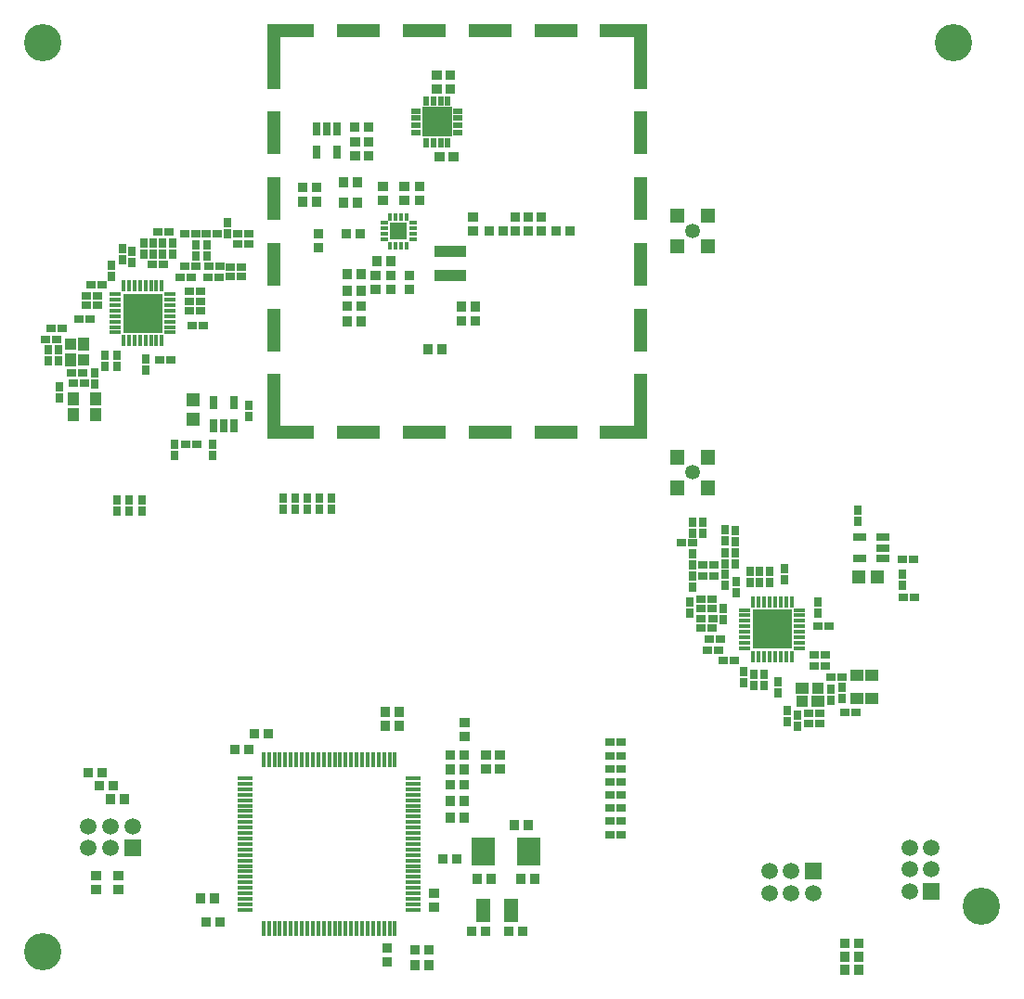
<source format=gbr>
G04 #@! TF.FileFunction,Soldermask,Top*
%FSLAX46Y46*%
G04 Gerber Fmt 4.6, Leading zero omitted, Abs format (unit mm)*
G04 Created by KiCad (PCBNEW 4.0.2-1.fc23-product) date Fri 22 Apr 2016 01:08:18 PM EEST*
%MOMM*%
G01*
G04 APERTURE LIST*
%ADD10C,0.100000*%
%ADD11C,3.400000*%
%ADD12R,1.500000X1.500000*%
%ADD13C,1.500000*%
%ADD14R,1.300000X1.300000*%
%ADD15R,0.500000X0.920000*%
%ADD16R,0.920000X0.500000*%
%ADD17R,2.700000X2.700000*%
%ADD18R,1.400480X0.399720*%
%ADD19R,0.399720X1.400480*%
%ADD20R,1.200000X5.920000*%
%ADD21R,1.200000X4.000000*%
%ADD22R,4.000000X1.200000*%
%ADD23R,4.340000X1.200000*%
%ADD24C,1.350000*%
%ADD25R,1.087120X0.985520*%
%ADD26R,1.149960X1.048360*%
%ADD27R,0.985520X1.087120*%
%ADD28R,1.048360X1.149960*%
%ADD29R,0.420000X0.990000*%
%ADD30R,0.990000X0.420000*%
%ADD31C,0.740000*%
%ADD32R,3.650000X3.650000*%
%ADD33R,0.740000X0.380000*%
%ADD34O,0.740000X0.380000*%
%ADD35O,0.380000X0.740000*%
%ADD36R,0.380000X0.740000*%
%ADD37R,1.600000X1.600000*%
%ADD38R,0.790000X0.810000*%
%ADD39R,0.810000X0.790000*%
%ADD40R,1.000000X1.200000*%
%ADD41R,1.200000X1.000000*%
%ADD42R,1.200760X0.799440*%
%ADD43R,0.799440X1.200760*%
%ADD44R,2.900000X1.000000*%
G04 APERTURE END LIST*
D10*
D11*
X190250000Y-59350000D03*
X192800000Y-138180000D03*
X107250000Y-142350000D03*
D12*
X177500000Y-135000000D03*
D13*
X177500000Y-137000000D03*
X175500000Y-135000000D03*
X175500000Y-137000000D03*
X173500000Y-135000000D03*
X173500000Y-137000000D03*
D14*
X120972380Y-92015664D03*
X120972380Y-93745664D03*
D12*
X115400000Y-132900000D03*
D13*
X115400000Y-130900000D03*
X113400000Y-132900000D03*
X113400000Y-130900000D03*
X111400000Y-132900000D03*
X111400000Y-130900000D03*
D12*
X188277620Y-136834336D03*
D13*
X186277620Y-136834336D03*
X188277620Y-134834336D03*
X186277620Y-134834336D03*
X188277620Y-132834336D03*
X186277620Y-132834336D03*
D15*
X144150000Y-64700000D03*
X143500000Y-64700000D03*
X142850000Y-64700000D03*
X142200000Y-64700000D03*
D16*
X141275000Y-65625000D03*
X141275000Y-66275000D03*
X141275000Y-66925000D03*
X141275000Y-67575000D03*
D15*
X142200000Y-68500000D03*
X142850000Y-68500000D03*
X143500000Y-68500000D03*
X144150000Y-68500000D03*
D16*
X145075000Y-67575000D03*
X145075000Y-66925000D03*
X145075000Y-66275000D03*
X145075000Y-65625000D03*
D17*
X143175000Y-66600000D03*
D18*
X141026760Y-137026760D03*
X141026760Y-136526380D03*
X141026760Y-136026000D03*
X141026760Y-135525620D03*
X141026760Y-135025240D03*
X141026760Y-138525360D03*
X141026760Y-138024980D03*
X141026760Y-137527140D03*
X141026760Y-130526900D03*
X141026760Y-130026520D03*
X141026760Y-129526140D03*
X141026760Y-129025760D03*
X141026760Y-128525380D03*
X141026760Y-128025000D03*
X141026760Y-127524620D03*
X141026760Y-127026780D03*
D19*
X135850240Y-124850000D03*
X135349860Y-124850000D03*
X134852020Y-124850000D03*
X134351640Y-124850000D03*
X133851260Y-124850000D03*
X133350880Y-124850000D03*
X132850500Y-124850000D03*
X132350120Y-124850000D03*
X127851780Y-124850000D03*
X127351400Y-124850000D03*
D18*
X125675000Y-126526400D03*
X125675000Y-127026780D03*
X125675000Y-127524620D03*
X125675000Y-128025000D03*
X125675000Y-128525380D03*
X125675000Y-129025760D03*
X141026760Y-134524860D03*
X141026760Y-134027020D03*
X141026760Y-133526640D03*
X141026760Y-126526400D03*
D19*
X139350360Y-124850000D03*
X138849980Y-124850000D03*
X131849740Y-124850000D03*
X131351900Y-124850000D03*
X130851520Y-124850000D03*
D18*
X125675000Y-129526140D03*
X125675000Y-130026520D03*
X125675000Y-130526900D03*
X141026760Y-133026260D03*
X141026760Y-132525880D03*
X141026760Y-132025500D03*
X141026760Y-131525120D03*
X141026760Y-131024740D03*
D19*
X138352140Y-124850000D03*
X137851760Y-124850000D03*
X137351380Y-124850000D03*
X136851000Y-124850000D03*
X136350620Y-124850000D03*
X130351140Y-124850000D03*
X129850760Y-124850000D03*
X129350380Y-124850000D03*
X128850000Y-124850000D03*
X128349620Y-124850000D03*
D18*
X125675000Y-131024740D03*
X125675000Y-131525120D03*
X125675000Y-132025500D03*
X125675000Y-132525880D03*
X125675000Y-133026260D03*
X125675000Y-133526640D03*
X125675000Y-134027020D03*
X125675000Y-134524860D03*
X125675000Y-135025240D03*
X125675000Y-135525620D03*
X125675000Y-136026000D03*
X125675000Y-136526380D03*
X125675000Y-137026760D03*
X125675000Y-137527140D03*
X125675000Y-138024980D03*
X125675000Y-138525360D03*
D19*
X127351400Y-140201760D03*
X127851780Y-140201760D03*
X128349620Y-140201760D03*
X128850000Y-140201760D03*
X129350380Y-140201760D03*
X129850760Y-140201760D03*
X130351140Y-140201760D03*
X130851520Y-140201760D03*
X131351900Y-140201760D03*
X131849740Y-140201760D03*
X132350120Y-140201760D03*
X132850500Y-140201760D03*
X133350880Y-140201760D03*
X133851260Y-140201760D03*
X134351640Y-140201760D03*
X134852020Y-140201760D03*
X135349860Y-140201760D03*
X135850240Y-140201760D03*
X136350620Y-140201760D03*
X136851000Y-140201760D03*
X137351380Y-140201760D03*
X137851760Y-140201760D03*
X138352140Y-140201760D03*
X138849980Y-140201760D03*
X139350360Y-140201760D03*
D11*
X107250000Y-59350000D03*
D20*
X128260000Y-92540000D03*
D21*
X128260000Y-85590000D03*
X128260000Y-79580000D03*
X128260000Y-73590000D03*
X128260000Y-67590000D03*
X161740000Y-85590000D03*
X161740000Y-79580000D03*
X161740000Y-73590000D03*
X161740000Y-67590000D03*
D20*
X161740000Y-92540000D03*
X161740000Y-60625000D03*
X128260000Y-60625000D03*
D22*
X136000000Y-94900000D03*
X142000000Y-94900000D03*
X148000000Y-94900000D03*
X154000000Y-94900000D03*
X136000000Y-58270000D03*
X142000000Y-58270000D03*
X148000000Y-58270000D03*
X154000000Y-58270000D03*
D23*
X129830000Y-58265000D03*
X160170000Y-58265000D03*
X129830000Y-94900000D03*
X160170000Y-94900000D03*
D24*
X166494769Y-98620741D03*
D10*
G36*
X167244769Y-100670741D02*
X167244769Y-99370741D01*
X168544769Y-99370741D01*
X168544769Y-100670741D01*
X167244769Y-100670741D01*
X167244769Y-100670741D01*
G37*
G36*
X164444769Y-100670741D02*
X164444769Y-99370741D01*
X165744769Y-99370741D01*
X165744769Y-100670741D01*
X164444769Y-100670741D01*
X164444769Y-100670741D01*
G37*
G36*
X164444769Y-97870741D02*
X164444769Y-96570741D01*
X165744769Y-96570741D01*
X165744769Y-97870741D01*
X164444769Y-97870741D01*
X164444769Y-97870741D01*
G37*
G36*
X167244769Y-97870741D02*
X167244769Y-96570741D01*
X168544769Y-96570741D01*
X168544769Y-97870741D01*
X167244769Y-97870741D01*
X167244769Y-97870741D01*
G37*
D24*
X166500000Y-76580000D03*
D10*
G36*
X167250000Y-78630000D02*
X167250000Y-77330000D01*
X168550000Y-77330000D01*
X168550000Y-78630000D01*
X167250000Y-78630000D01*
X167250000Y-78630000D01*
G37*
G36*
X164450000Y-78630000D02*
X164450000Y-77330000D01*
X165750000Y-77330000D01*
X165750000Y-78630000D01*
X164450000Y-78630000D01*
X164450000Y-78630000D01*
G37*
G36*
X164450000Y-75830000D02*
X164450000Y-74530000D01*
X165750000Y-74530000D01*
X165750000Y-75830000D01*
X164450000Y-75830000D01*
X164450000Y-75830000D01*
G37*
G36*
X167250000Y-75830000D02*
X167250000Y-74530000D01*
X168550000Y-74530000D01*
X168550000Y-75830000D01*
X167250000Y-75830000D01*
X167250000Y-75830000D01*
G37*
D25*
X177943592Y-118334488D03*
X176495792Y-119477488D03*
D26*
X176495792Y-118334488D03*
X177943592Y-119477488D03*
D27*
X110915380Y-88315664D03*
X109772380Y-86867864D03*
D28*
X110915380Y-86867864D03*
X109772380Y-88315664D03*
D29*
X114584760Y-86581328D03*
X115084760Y-86581328D03*
X115584760Y-86581328D03*
X116084760Y-86581328D03*
X116584760Y-86581328D03*
X117084760Y-86581328D03*
X117584760Y-86581328D03*
X118084760Y-86581328D03*
D30*
X118834760Y-85831328D03*
X118834760Y-85331328D03*
X118834760Y-84831328D03*
X118834760Y-84331328D03*
X118834760Y-83831328D03*
X118834760Y-83331328D03*
X118834760Y-82831328D03*
X118834760Y-82331328D03*
D29*
X118084760Y-81581328D03*
X117584760Y-81581328D03*
X117084760Y-81581328D03*
X116584760Y-81581328D03*
X116084760Y-81581328D03*
X115584760Y-81581328D03*
X115084760Y-81581328D03*
X114584760Y-81581328D03*
D30*
X113834760Y-82331328D03*
X113834760Y-82831328D03*
X113834760Y-83331328D03*
X113834760Y-83831328D03*
X113834760Y-84331328D03*
X113834760Y-84831328D03*
X113834760Y-85331328D03*
X113834760Y-85831328D03*
D31*
X115234760Y-85181328D03*
X116334760Y-85181328D03*
X117434760Y-85181328D03*
X115234760Y-84081328D03*
X116334760Y-84081328D03*
X117434760Y-84081328D03*
X115234760Y-82981328D03*
X116334760Y-82981328D03*
X117434760Y-82981328D03*
D32*
X116334760Y-84081328D03*
D30*
X176259692Y-114655988D03*
X176259692Y-114155988D03*
X176259692Y-113655988D03*
X176259692Y-113155988D03*
X176259692Y-112655988D03*
X176259692Y-112155988D03*
X176259692Y-111655988D03*
X176259692Y-111155988D03*
D29*
X175509692Y-110405988D03*
X175009692Y-110405988D03*
X174509692Y-110405988D03*
X174009692Y-110405988D03*
X173509692Y-110405988D03*
X173009692Y-110405988D03*
X172509692Y-110405988D03*
X172009692Y-110405988D03*
D30*
X171259692Y-111155988D03*
X171259692Y-111655988D03*
X171259692Y-112155988D03*
X171259692Y-112655988D03*
X171259692Y-113155988D03*
X171259692Y-113655988D03*
X171259692Y-114155988D03*
X171259692Y-114655988D03*
D29*
X172009692Y-115405988D03*
X172509692Y-115405988D03*
X173009692Y-115405988D03*
X173509692Y-115405988D03*
X174009692Y-115405988D03*
X174509692Y-115405988D03*
X175009692Y-115405988D03*
X175509692Y-115405988D03*
D31*
X174859692Y-114005988D03*
X174859692Y-112905988D03*
X174859692Y-111805988D03*
X173759692Y-114005988D03*
X173759692Y-112905988D03*
X173759692Y-111805988D03*
X172659692Y-114005988D03*
X172659692Y-112905988D03*
X172659692Y-111805988D03*
D32*
X173759692Y-112905988D03*
D33*
X138372380Y-76331328D03*
D34*
X138372380Y-75831328D03*
D33*
X138372380Y-76831328D03*
D34*
X138372380Y-77331328D03*
D35*
X138922380Y-77881328D03*
D36*
X139422380Y-77881328D03*
X139922380Y-77881328D03*
D35*
X140422380Y-77881328D03*
D34*
X140972380Y-77331328D03*
D33*
X140972380Y-76831328D03*
X140972380Y-76331328D03*
D34*
X140972380Y-75831328D03*
D35*
X140422380Y-75281328D03*
D36*
X139922380Y-75281328D03*
X139422380Y-75281328D03*
D35*
X138922380Y-75281328D03*
D37*
X139672380Y-76581328D03*
D38*
X180134690Y-119260340D03*
X180134690Y-118240340D03*
D39*
X185639692Y-106505988D03*
X186659692Y-106505988D03*
X177559692Y-115255988D03*
X178579692Y-115255988D03*
X177874769Y-112610741D03*
X178894769Y-112610741D03*
D38*
X177909692Y-111425988D03*
X177909692Y-110405988D03*
X181534690Y-103060340D03*
X181534690Y-102040340D03*
D39*
X179114690Y-117280988D03*
X180134690Y-117280988D03*
D38*
X179109692Y-119375988D03*
X179109692Y-118355988D03*
D39*
X178049692Y-120575988D03*
X177029692Y-120575988D03*
D38*
X175109692Y-121335988D03*
X175109692Y-120315988D03*
D39*
X185684692Y-110005988D03*
X186704692Y-110005988D03*
X178049692Y-121485988D03*
X177029692Y-121485988D03*
D38*
X174859692Y-108425988D03*
X174859692Y-107405988D03*
X174259692Y-118705988D03*
X174259692Y-117685988D03*
X173484692Y-108680988D03*
X173484692Y-107660988D03*
X172999692Y-118075988D03*
X172999692Y-117055988D03*
D39*
X169309692Y-115755988D03*
X170329692Y-115755988D03*
D38*
X172089692Y-118075988D03*
X172089692Y-117055988D03*
X171709692Y-108680988D03*
X171709692Y-107660988D03*
X171184692Y-117775988D03*
X171184692Y-116755988D03*
D39*
X167819692Y-114795988D03*
X168839692Y-114795988D03*
X168039692Y-113855988D03*
X169059692Y-113855988D03*
D38*
X169459692Y-104875988D03*
X169459692Y-103855988D03*
X169434690Y-107920340D03*
X169434690Y-108940340D03*
X169459692Y-106930988D03*
X169459692Y-105910988D03*
X170384692Y-104905988D03*
X170384692Y-103885988D03*
D39*
X167414690Y-107040340D03*
X168434690Y-107040340D03*
X167284692Y-112805988D03*
X168304692Y-112805988D03*
X167284692Y-111055988D03*
X168304692Y-111055988D03*
D38*
X166459692Y-109055988D03*
X166459692Y-108035988D03*
D39*
X166484692Y-105055988D03*
X165464692Y-105055988D03*
D38*
X167459692Y-103180988D03*
X167459692Y-104200988D03*
D39*
X109972380Y-90481328D03*
X110992380Y-90481328D03*
D38*
X122747380Y-96045664D03*
X122747380Y-97065664D03*
X114022380Y-87915664D03*
X114022380Y-88935664D03*
X116584760Y-88281328D03*
X116584760Y-89301328D03*
D39*
X117852380Y-88315664D03*
X118872380Y-88315664D03*
D38*
X126000000Y-92480000D03*
X126000000Y-93500000D03*
X111972380Y-89515664D03*
X111972380Y-90535664D03*
D39*
X109872380Y-89515664D03*
X110892380Y-89515664D03*
D38*
X108672380Y-88435664D03*
X108672380Y-87415664D03*
D39*
X107984760Y-85481328D03*
X109004760Y-85481328D03*
D38*
X119247380Y-96040664D03*
X119247380Y-97060664D03*
X107722380Y-88435664D03*
X107722380Y-87415664D03*
D39*
X120872380Y-85215664D03*
X121892380Y-85215664D03*
X110552380Y-84615664D03*
X111572380Y-84615664D03*
X120584760Y-83881328D03*
X121604760Y-83881328D03*
X111172380Y-83365664D03*
X112192380Y-83365664D03*
D38*
X113472380Y-79681328D03*
X113472380Y-80701328D03*
D39*
X111202380Y-82465664D03*
X112222380Y-82465664D03*
X120572380Y-82065664D03*
X121592380Y-82065664D03*
X111584760Y-81481328D03*
X112604760Y-81481328D03*
D38*
X114472380Y-78195664D03*
X114472380Y-79215664D03*
X115372380Y-78415664D03*
X115372380Y-79435664D03*
D39*
X124342380Y-79855664D03*
X125362380Y-79855664D03*
X121212380Y-79815664D03*
X120192380Y-79815664D03*
X122342380Y-79815664D03*
X123362380Y-79815664D03*
X124342380Y-80745664D03*
X125362380Y-80745664D03*
D38*
X122232380Y-77855664D03*
X122232380Y-78875664D03*
X116452380Y-77635664D03*
X116452380Y-78655664D03*
X118172380Y-77635664D03*
X118172380Y-78655664D03*
D39*
X120142380Y-76835664D03*
X121162380Y-76835664D03*
D38*
X124062380Y-76825664D03*
X124062380Y-75805664D03*
D39*
X126012380Y-77765664D03*
X124992380Y-77765664D03*
D38*
X185634692Y-108905988D03*
X185634692Y-107885988D03*
X170434690Y-109560340D03*
X170434690Y-108540340D03*
X169279692Y-112065988D03*
X169279692Y-111045988D03*
D39*
X167414690Y-108040340D03*
X168434690Y-108040340D03*
X167289692Y-111955988D03*
X168309692Y-111955988D03*
X167284692Y-110155988D03*
X168304692Y-110155988D03*
D38*
X166484692Y-106055988D03*
X166484692Y-107075988D03*
X166234690Y-111460340D03*
X166234690Y-110440340D03*
X166484692Y-103180988D03*
X166484692Y-104200988D03*
D39*
X120222380Y-96015664D03*
X121242380Y-96015664D03*
X119782380Y-80825664D03*
X120802380Y-80825664D03*
X117172380Y-79655664D03*
X118192380Y-79655664D03*
D38*
X121184760Y-77861328D03*
X121184760Y-78881328D03*
X117302380Y-77635664D03*
X117302380Y-78655664D03*
X119032380Y-77645664D03*
X119032380Y-78665664D03*
D39*
X123142380Y-76835664D03*
X122122380Y-76835664D03*
X117752380Y-76635664D03*
X118772380Y-76635664D03*
X125992380Y-76815664D03*
X124972380Y-76815664D03*
X180389692Y-120505988D03*
X181409692Y-120505988D03*
D38*
X176089692Y-121815988D03*
X176089692Y-120795988D03*
D39*
X178579692Y-116305988D03*
X177559692Y-116305988D03*
D38*
X172609692Y-108680988D03*
X172609692Y-107660988D03*
X170409692Y-106930988D03*
X170409692Y-105910988D03*
X108772380Y-90795664D03*
X108772380Y-91815664D03*
D39*
X107452380Y-86465664D03*
X108472380Y-86465664D03*
D38*
X112872380Y-88935664D03*
X112872380Y-87915664D03*
D39*
X120584760Y-82981328D03*
X121604760Y-82981328D03*
X122322380Y-80775664D03*
X123342380Y-80775664D03*
X158919259Y-124454769D03*
X159939259Y-124454769D03*
X158919259Y-125654769D03*
X159939259Y-125654769D03*
X158919259Y-126854769D03*
X159939259Y-126854769D03*
X158919259Y-128054769D03*
X159939259Y-128054769D03*
X158919259Y-129254769D03*
X159939259Y-129254769D03*
X158919259Y-130454769D03*
X159939259Y-130454769D03*
X158919259Y-131654769D03*
X159939259Y-131654769D03*
D38*
X113972380Y-102125664D03*
X113972380Y-101105664D03*
X115117380Y-102125664D03*
X115117380Y-101105664D03*
X116262380Y-102125664D03*
X116262380Y-101105664D03*
X129162380Y-102000000D03*
X129162380Y-100980000D03*
X130252380Y-102000000D03*
X130252380Y-100980000D03*
X131342380Y-102000000D03*
X131342380Y-100980000D03*
X132432380Y-102000000D03*
X132432380Y-100980000D03*
X133522380Y-102000000D03*
X133522380Y-100980000D03*
D39*
X158919259Y-123254769D03*
X159939259Y-123254769D03*
D10*
G36*
X135257380Y-67545664D02*
X135257380Y-66645664D01*
X136107380Y-66645664D01*
X136107380Y-67545664D01*
X135257380Y-67545664D01*
X135257380Y-67545664D01*
G37*
G36*
X136527380Y-67545664D02*
X136527380Y-66645664D01*
X137377380Y-66645664D01*
X137377380Y-67545664D01*
X136527380Y-67545664D01*
X136527380Y-67545664D01*
G37*
G36*
X134259760Y-74431328D02*
X134259760Y-73531328D01*
X135109760Y-73531328D01*
X135109760Y-74431328D01*
X134259760Y-74431328D01*
X134259760Y-74431328D01*
G37*
G36*
X135529760Y-74431328D02*
X135529760Y-73531328D01*
X136379760Y-73531328D01*
X136379760Y-74431328D01*
X135529760Y-74431328D01*
X135529760Y-74431328D01*
G37*
G36*
X131902380Y-76400664D02*
X132802380Y-76400664D01*
X132802380Y-77250664D01*
X131902380Y-77250664D01*
X131902380Y-76400664D01*
X131902380Y-76400664D01*
G37*
G36*
X131902380Y-77670664D02*
X132802380Y-77670664D01*
X132802380Y-78520664D01*
X131902380Y-78520664D01*
X131902380Y-77670664D01*
X131902380Y-77670664D01*
G37*
G36*
X134577380Y-80965664D02*
X134577380Y-80065664D01*
X135427380Y-80065664D01*
X135427380Y-80965664D01*
X134577380Y-80965664D01*
X134577380Y-80965664D01*
G37*
G36*
X135847380Y-80965664D02*
X135847380Y-80065664D01*
X136697380Y-80065664D01*
X136697380Y-80965664D01*
X135847380Y-80965664D01*
X135847380Y-80965664D01*
G37*
G36*
X143934760Y-61956328D02*
X144834760Y-61956328D01*
X144834760Y-62806328D01*
X143934760Y-62806328D01*
X143934760Y-61956328D01*
X143934760Y-61956328D01*
G37*
G36*
X143934760Y-63226328D02*
X144834760Y-63226328D01*
X144834760Y-64076328D01*
X143934760Y-64076328D01*
X143934760Y-63226328D01*
X143934760Y-63226328D01*
G37*
G36*
X142734760Y-61956328D02*
X143634760Y-61956328D01*
X143634760Y-62806328D01*
X142734760Y-62806328D01*
X142734760Y-61956328D01*
X142734760Y-61956328D01*
G37*
G36*
X142734760Y-63226328D02*
X143634760Y-63226328D01*
X143634760Y-64076328D01*
X142734760Y-64076328D01*
X142734760Y-63226328D01*
X142734760Y-63226328D01*
G37*
G36*
X179975000Y-143250000D02*
X179975000Y-142350000D01*
X180825000Y-142350000D01*
X180825000Y-143250000D01*
X179975000Y-143250000D01*
X179975000Y-143250000D01*
G37*
G36*
X181245000Y-143250000D02*
X181245000Y-142350000D01*
X182095000Y-142350000D01*
X182095000Y-143250000D01*
X181245000Y-143250000D01*
X181245000Y-143250000D01*
G37*
G36*
X182095000Y-141150000D02*
X182095000Y-142050000D01*
X181245000Y-142050000D01*
X181245000Y-141150000D01*
X182095000Y-141150000D01*
X182095000Y-141150000D01*
G37*
G36*
X180825000Y-141150000D02*
X180825000Y-142050000D01*
X179975000Y-142050000D01*
X179975000Y-141150000D01*
X180825000Y-141150000D01*
X180825000Y-141150000D01*
G37*
G36*
X182095000Y-143550000D02*
X182095000Y-144450000D01*
X181245000Y-144450000D01*
X181245000Y-143550000D01*
X182095000Y-143550000D01*
X182095000Y-143550000D01*
G37*
G36*
X180825000Y-143550000D02*
X180825000Y-144450000D01*
X179975000Y-144450000D01*
X179975000Y-143550000D01*
X180825000Y-143550000D01*
X180825000Y-143550000D01*
G37*
G36*
X113095000Y-125550000D02*
X113095000Y-126450000D01*
X112245000Y-126450000D01*
X112245000Y-125550000D01*
X113095000Y-125550000D01*
X113095000Y-125550000D01*
G37*
G36*
X111825000Y-125550000D02*
X111825000Y-126450000D01*
X110975000Y-126450000D01*
X110975000Y-125550000D01*
X111825000Y-125550000D01*
X111825000Y-125550000D01*
G37*
G36*
X115095000Y-127950000D02*
X115095000Y-128850000D01*
X114245000Y-128850000D01*
X114245000Y-127950000D01*
X115095000Y-127950000D01*
X115095000Y-127950000D01*
G37*
G36*
X113825000Y-127950000D02*
X113825000Y-128850000D01*
X112975000Y-128850000D01*
X112975000Y-127950000D01*
X113825000Y-127950000D01*
X113825000Y-127950000D01*
G37*
G36*
X114550000Y-137095000D02*
X113650000Y-137095000D01*
X113650000Y-136245000D01*
X114550000Y-136245000D01*
X114550000Y-137095000D01*
X114550000Y-137095000D01*
G37*
G36*
X114550000Y-135825000D02*
X113650000Y-135825000D01*
X113650000Y-134975000D01*
X114550000Y-134975000D01*
X114550000Y-135825000D01*
X114550000Y-135825000D01*
G37*
G36*
X111975000Y-127650000D02*
X111975000Y-126750000D01*
X112825000Y-126750000D01*
X112825000Y-127650000D01*
X111975000Y-127650000D01*
X111975000Y-127650000D01*
G37*
G36*
X113245000Y-127650000D02*
X113245000Y-126750000D01*
X114095000Y-126750000D01*
X114095000Y-127650000D01*
X113245000Y-127650000D01*
X113245000Y-127650000D01*
G37*
G36*
X111650000Y-134975000D02*
X112550000Y-134975000D01*
X112550000Y-135825000D01*
X111650000Y-135825000D01*
X111650000Y-134975000D01*
X111650000Y-134975000D01*
G37*
G36*
X111650000Y-136245000D02*
X112550000Y-136245000D01*
X112550000Y-137095000D01*
X111650000Y-137095000D01*
X111650000Y-136245000D01*
X111650000Y-136245000D01*
G37*
G36*
X138170000Y-141585000D02*
X139070000Y-141585000D01*
X139070000Y-142435000D01*
X138170000Y-142435000D01*
X138170000Y-141585000D01*
X138170000Y-141585000D01*
G37*
G36*
X138170000Y-142855000D02*
X139070000Y-142855000D01*
X139070000Y-143705000D01*
X138170000Y-143705000D01*
X138170000Y-142855000D01*
X138170000Y-142855000D01*
G37*
G36*
X143975000Y-124850000D02*
X143975000Y-123950000D01*
X144825000Y-123950000D01*
X144825000Y-124850000D01*
X143975000Y-124850000D01*
X143975000Y-124850000D01*
G37*
G36*
X145245000Y-124850000D02*
X145245000Y-123950000D01*
X146095000Y-123950000D01*
X146095000Y-124850000D01*
X145245000Y-124850000D01*
X145245000Y-124850000D01*
G37*
G36*
X149805000Y-131253015D02*
X149805000Y-130353015D01*
X150655000Y-130353015D01*
X150655000Y-131253015D01*
X149805000Y-131253015D01*
X149805000Y-131253015D01*
G37*
G36*
X151075000Y-131253015D02*
X151075000Y-130353015D01*
X151925000Y-130353015D01*
X151925000Y-131253015D01*
X151075000Y-131253015D01*
X151075000Y-131253015D01*
G37*
G36*
X143975000Y-130550000D02*
X143975000Y-129650000D01*
X144825000Y-129650000D01*
X144825000Y-130550000D01*
X143975000Y-130550000D01*
X143975000Y-130550000D01*
G37*
G36*
X145245000Y-130550000D02*
X145245000Y-129650000D01*
X146095000Y-129650000D01*
X146095000Y-130550000D01*
X145245000Y-130550000D01*
X145245000Y-130550000D01*
G37*
G36*
X149609760Y-76131328D02*
X149609760Y-77031328D01*
X148759760Y-77031328D01*
X148759760Y-76131328D01*
X149609760Y-76131328D01*
X149609760Y-76131328D01*
G37*
G36*
X148339760Y-76131328D02*
X148339760Y-77031328D01*
X147489760Y-77031328D01*
X147489760Y-76131328D01*
X148339760Y-76131328D01*
X148339760Y-76131328D01*
G37*
G36*
X139377380Y-78855664D02*
X139377380Y-79755664D01*
X138527380Y-79755664D01*
X138527380Y-78855664D01*
X139377380Y-78855664D01*
X139377380Y-78855664D01*
G37*
G36*
X138107380Y-78855664D02*
X138107380Y-79755664D01*
X137257380Y-79755664D01*
X137257380Y-78855664D01*
X138107380Y-78855664D01*
X138107380Y-78855664D01*
G37*
G36*
X146130000Y-123135000D02*
X145230000Y-123135000D01*
X145230000Y-122285000D01*
X146130000Y-122285000D01*
X146130000Y-123135000D01*
X146130000Y-123135000D01*
G37*
G36*
X146130000Y-121865000D02*
X145230000Y-121865000D01*
X145230000Y-121015000D01*
X146130000Y-121015000D01*
X146130000Y-121865000D01*
X146130000Y-121865000D01*
G37*
G36*
X155705000Y-76131328D02*
X155705000Y-77031328D01*
X154855000Y-77031328D01*
X154855000Y-76131328D01*
X155705000Y-76131328D01*
X155705000Y-76131328D01*
G37*
G36*
X154435000Y-76131328D02*
X154435000Y-77031328D01*
X153585000Y-77031328D01*
X153585000Y-76131328D01*
X154435000Y-76131328D01*
X154435000Y-76131328D01*
G37*
G36*
X153150000Y-77005000D02*
X152250000Y-77005000D01*
X152250000Y-76155000D01*
X153150000Y-76155000D01*
X153150000Y-77005000D01*
X153150000Y-77005000D01*
G37*
G36*
X153150000Y-75735000D02*
X152250000Y-75735000D01*
X152250000Y-74885000D01*
X153150000Y-74885000D01*
X153150000Y-75735000D01*
X153150000Y-75735000D01*
G37*
G36*
X150750000Y-77006328D02*
X149850000Y-77006328D01*
X149850000Y-76156328D01*
X150750000Y-76156328D01*
X150750000Y-77006328D01*
X150750000Y-77006328D01*
G37*
G36*
X150750000Y-75736328D02*
X149850000Y-75736328D01*
X149850000Y-74886328D01*
X150750000Y-74886328D01*
X150750000Y-75736328D01*
X150750000Y-75736328D01*
G37*
G36*
X151050000Y-74886328D02*
X151950000Y-74886328D01*
X151950000Y-75736328D01*
X151050000Y-75736328D01*
X151050000Y-74886328D01*
X151050000Y-74886328D01*
G37*
G36*
X151050000Y-76156328D02*
X151950000Y-76156328D01*
X151950000Y-77006328D01*
X151050000Y-77006328D01*
X151050000Y-76156328D01*
X151050000Y-76156328D01*
G37*
G36*
X146034760Y-74885000D02*
X146934760Y-74885000D01*
X146934760Y-75735000D01*
X146034760Y-75735000D01*
X146034760Y-74885000D01*
X146034760Y-74885000D01*
G37*
G36*
X146034760Y-76155000D02*
X146934760Y-76155000D01*
X146934760Y-77005000D01*
X146034760Y-77005000D01*
X146034760Y-76155000D01*
X146034760Y-76155000D01*
G37*
G36*
X141907380Y-87815664D02*
X141907380Y-86915664D01*
X142757380Y-86915664D01*
X142757380Y-87815664D01*
X141907380Y-87815664D01*
X141907380Y-87815664D01*
G37*
G36*
X143177380Y-87815664D02*
X143177380Y-86915664D01*
X144027380Y-86915664D01*
X144027380Y-87815664D01*
X143177380Y-87815664D01*
X143177380Y-87815664D01*
G37*
G36*
X144959760Y-85231328D02*
X144959760Y-84331328D01*
X145809760Y-84331328D01*
X145809760Y-85231328D01*
X144959760Y-85231328D01*
X144959760Y-85231328D01*
G37*
G36*
X146229760Y-85231328D02*
X146229760Y-84331328D01*
X147079760Y-84331328D01*
X147079760Y-85231328D01*
X146229760Y-85231328D01*
X146229760Y-85231328D01*
G37*
G36*
X144959760Y-83931328D02*
X144959760Y-83031328D01*
X145809760Y-83031328D01*
X145809760Y-83931328D01*
X144959760Y-83931328D01*
X144959760Y-83931328D01*
G37*
G36*
X146229760Y-83931328D02*
X146229760Y-83031328D01*
X147079760Y-83031328D01*
X147079760Y-83931328D01*
X146229760Y-83931328D01*
X146229760Y-83931328D01*
G37*
G36*
X142034760Y-74206328D02*
X141134760Y-74206328D01*
X141134760Y-73356328D01*
X142034760Y-73356328D01*
X142034760Y-74206328D01*
X142034760Y-74206328D01*
G37*
G36*
X142034760Y-72936328D02*
X141134760Y-72936328D01*
X141134760Y-72086328D01*
X142034760Y-72086328D01*
X142034760Y-72936328D01*
X142034760Y-72936328D01*
G37*
G36*
X140622380Y-74206328D02*
X139722380Y-74206328D01*
X139722380Y-73356328D01*
X140622380Y-73356328D01*
X140622380Y-74206328D01*
X140622380Y-74206328D01*
G37*
G36*
X140622380Y-72936328D02*
X139722380Y-72936328D01*
X139722380Y-72086328D01*
X140622380Y-72086328D01*
X140622380Y-72936328D01*
X140622380Y-72936328D01*
G37*
G36*
X140202380Y-80210664D02*
X141102380Y-80210664D01*
X141102380Y-81060664D01*
X140202380Y-81060664D01*
X140202380Y-80210664D01*
X140202380Y-80210664D01*
G37*
G36*
X140202380Y-81480664D02*
X141102380Y-81480664D01*
X141102380Y-82330664D01*
X140202380Y-82330664D01*
X140202380Y-81480664D01*
X140202380Y-81480664D01*
G37*
G36*
X136500000Y-68015000D02*
X137400000Y-68015000D01*
X137400000Y-68865000D01*
X136500000Y-68865000D01*
X136500000Y-68015000D01*
X136500000Y-68015000D01*
G37*
G36*
X136500000Y-69285000D02*
X137400000Y-69285000D01*
X137400000Y-70135000D01*
X136500000Y-70135000D01*
X136500000Y-69285000D01*
X136500000Y-69285000D01*
G37*
G36*
X138722380Y-74206328D02*
X137822380Y-74206328D01*
X137822380Y-73356328D01*
X138722380Y-73356328D01*
X138722380Y-74206328D01*
X138722380Y-74206328D01*
G37*
G36*
X138722380Y-72936328D02*
X137822380Y-72936328D01*
X137822380Y-72086328D01*
X138722380Y-72086328D01*
X138722380Y-72936328D01*
X138722380Y-72936328D01*
G37*
G36*
X138522380Y-80190664D02*
X139422380Y-80190664D01*
X139422380Y-81040664D01*
X138522380Y-81040664D01*
X138522380Y-80190664D01*
X138522380Y-80190664D01*
G37*
G36*
X138522380Y-81460664D02*
X139422380Y-81460664D01*
X139422380Y-82310664D01*
X138522380Y-82310664D01*
X138522380Y-81460664D01*
X138522380Y-81460664D01*
G37*
G36*
X136134760Y-70140664D02*
X135234760Y-70140664D01*
X135234760Y-69290664D01*
X136134760Y-69290664D01*
X136134760Y-70140664D01*
X136134760Y-70140664D01*
G37*
G36*
X136134760Y-68870664D02*
X135234760Y-68870664D01*
X135234760Y-68020664D01*
X136134760Y-68020664D01*
X136134760Y-68870664D01*
X136134760Y-68870664D01*
G37*
G36*
X136597380Y-76375664D02*
X136597380Y-77275664D01*
X135747380Y-77275664D01*
X135747380Y-76375664D01*
X136597380Y-76375664D01*
X136597380Y-76375664D01*
G37*
G36*
X135327380Y-76375664D02*
X135327380Y-77275664D01*
X134477380Y-77275664D01*
X134477380Y-76375664D01*
X135327380Y-76375664D01*
X135327380Y-76375664D01*
G37*
G36*
X137134760Y-80186328D02*
X138034760Y-80186328D01*
X138034760Y-81036328D01*
X137134760Y-81036328D01*
X137134760Y-80186328D01*
X137134760Y-80186328D01*
G37*
G36*
X137134760Y-81456328D02*
X138034760Y-81456328D01*
X138034760Y-82306328D01*
X137134760Y-82306328D01*
X137134760Y-81456328D01*
X137134760Y-81456328D01*
G37*
G36*
X134247380Y-72565664D02*
X134247380Y-71665664D01*
X135097380Y-71665664D01*
X135097380Y-72565664D01*
X134247380Y-72565664D01*
X134247380Y-72565664D01*
G37*
G36*
X135517380Y-72565664D02*
X135517380Y-71665664D01*
X136367380Y-71665664D01*
X136367380Y-72565664D01*
X135517380Y-72565664D01*
X135517380Y-72565664D01*
G37*
G36*
X132609760Y-72131328D02*
X132609760Y-73031328D01*
X131759760Y-73031328D01*
X131759760Y-72131328D01*
X132609760Y-72131328D01*
X132609760Y-72131328D01*
G37*
G36*
X131339760Y-72131328D02*
X131339760Y-73031328D01*
X130489760Y-73031328D01*
X130489760Y-72131328D01*
X131339760Y-72131328D01*
X131339760Y-72131328D01*
G37*
G36*
X134573044Y-82465664D02*
X134573044Y-81565664D01*
X135423044Y-81565664D01*
X135423044Y-82465664D01*
X134573044Y-82465664D01*
X134573044Y-82465664D01*
G37*
G36*
X135843044Y-82465664D02*
X135843044Y-81565664D01*
X136693044Y-81565664D01*
X136693044Y-82465664D01*
X135843044Y-82465664D01*
X135843044Y-82465664D01*
G37*
G36*
X132607380Y-73425664D02*
X132607380Y-74325664D01*
X131757380Y-74325664D01*
X131757380Y-73425664D01*
X132607380Y-73425664D01*
X132607380Y-73425664D01*
G37*
G36*
X131337380Y-73425664D02*
X131337380Y-74325664D01*
X130487380Y-74325664D01*
X130487380Y-73425664D01*
X131337380Y-73425664D01*
X131337380Y-73425664D01*
G37*
G36*
X134573044Y-83865664D02*
X134573044Y-82965664D01*
X135423044Y-82965664D01*
X135423044Y-83865664D01*
X134573044Y-83865664D01*
X134573044Y-83865664D01*
G37*
G36*
X135843044Y-83865664D02*
X135843044Y-82965664D01*
X136693044Y-82965664D01*
X136693044Y-83865664D01*
X135843044Y-83865664D01*
X135843044Y-83865664D01*
G37*
G36*
X134573044Y-85265664D02*
X134573044Y-84365664D01*
X135423044Y-84365664D01*
X135423044Y-85265664D01*
X134573044Y-85265664D01*
X134573044Y-85265664D01*
G37*
G36*
X135843044Y-85265664D02*
X135843044Y-84365664D01*
X136693044Y-84365664D01*
X136693044Y-85265664D01*
X135843044Y-85265664D01*
X135843044Y-85265664D01*
G37*
G36*
X145109760Y-69331328D02*
X145109760Y-70231328D01*
X144259760Y-70231328D01*
X144259760Y-69331328D01*
X145109760Y-69331328D01*
X145109760Y-69331328D01*
G37*
G36*
X143839760Y-69331328D02*
X143839760Y-70231328D01*
X142989760Y-70231328D01*
X142989760Y-69331328D01*
X143839760Y-69331328D01*
X143839760Y-69331328D01*
G37*
G36*
X149275000Y-140950000D02*
X149275000Y-140050000D01*
X150125000Y-140050000D01*
X150125000Y-140950000D01*
X149275000Y-140950000D01*
X149275000Y-140950000D01*
G37*
G36*
X150545000Y-140950000D02*
X150545000Y-140050000D01*
X151395000Y-140050000D01*
X151395000Y-140950000D01*
X150545000Y-140950000D01*
X150545000Y-140950000D01*
G37*
G36*
X148025000Y-140050000D02*
X148025000Y-140950000D01*
X147175000Y-140950000D01*
X147175000Y-140050000D01*
X148025000Y-140050000D01*
X148025000Y-140050000D01*
G37*
G36*
X146755000Y-140050000D02*
X146755000Y-140950000D01*
X145905000Y-140950000D01*
X145905000Y-140050000D01*
X146755000Y-140050000D01*
X146755000Y-140050000D01*
G37*
G36*
X142450000Y-136575000D02*
X143350000Y-136575000D01*
X143350000Y-137425000D01*
X142450000Y-137425000D01*
X142450000Y-136575000D01*
X142450000Y-136575000D01*
G37*
G36*
X142450000Y-137845000D02*
X143350000Y-137845000D01*
X143350000Y-138695000D01*
X142450000Y-138695000D01*
X142450000Y-137845000D01*
X142450000Y-137845000D01*
G37*
G36*
X140715000Y-142640000D02*
X140715000Y-141740000D01*
X141565000Y-141740000D01*
X141565000Y-142640000D01*
X140715000Y-142640000D01*
X140715000Y-142640000D01*
G37*
G36*
X141985000Y-142640000D02*
X141985000Y-141740000D01*
X142835000Y-141740000D01*
X142835000Y-142640000D01*
X141985000Y-142640000D01*
X141985000Y-142640000D01*
G37*
G36*
X123825000Y-139200000D02*
X123825000Y-140100000D01*
X122975000Y-140100000D01*
X122975000Y-139200000D01*
X123825000Y-139200000D01*
X123825000Y-139200000D01*
G37*
G36*
X122555000Y-139200000D02*
X122555000Y-140100000D01*
X121705000Y-140100000D01*
X121705000Y-139200000D01*
X122555000Y-139200000D01*
X122555000Y-139200000D01*
G37*
G36*
X126425000Y-123450000D02*
X126425000Y-124350000D01*
X125575000Y-124350000D01*
X125575000Y-123450000D01*
X126425000Y-123450000D01*
X126425000Y-123450000D01*
G37*
G36*
X125155000Y-123450000D02*
X125155000Y-124350000D01*
X124305000Y-124350000D01*
X124305000Y-123450000D01*
X125155000Y-123450000D01*
X125155000Y-123450000D01*
G37*
G36*
X138025000Y-122170000D02*
X138025000Y-121270000D01*
X138875000Y-121270000D01*
X138875000Y-122170000D01*
X138025000Y-122170000D01*
X138025000Y-122170000D01*
G37*
G36*
X139295000Y-122170000D02*
X139295000Y-121270000D01*
X140145000Y-121270000D01*
X140145000Y-122170000D01*
X139295000Y-122170000D01*
X139295000Y-122170000D01*
G37*
G36*
X138025000Y-120920000D02*
X138025000Y-120020000D01*
X138875000Y-120020000D01*
X138875000Y-120920000D01*
X138025000Y-120920000D01*
X138025000Y-120920000D01*
G37*
G36*
X139295000Y-120920000D02*
X139295000Y-120020000D01*
X140145000Y-120020000D01*
X140145000Y-120920000D01*
X139295000Y-120920000D01*
X139295000Y-120920000D01*
G37*
G36*
X143275000Y-134350000D02*
X143275000Y-133450000D01*
X144125000Y-133450000D01*
X144125000Y-134350000D01*
X143275000Y-134350000D01*
X143275000Y-134350000D01*
G37*
G36*
X144545000Y-134350000D02*
X144545000Y-133450000D01*
X145395000Y-133450000D01*
X145395000Y-134350000D01*
X144545000Y-134350000D01*
X144545000Y-134350000D01*
G37*
G36*
X143975000Y-129050000D02*
X143975000Y-128150000D01*
X144825000Y-128150000D01*
X144825000Y-129050000D01*
X143975000Y-129050000D01*
X143975000Y-129050000D01*
G37*
G36*
X145245000Y-129050000D02*
X145245000Y-128150000D01*
X146095000Y-128150000D01*
X146095000Y-129050000D01*
X145245000Y-129050000D01*
X145245000Y-129050000D01*
G37*
G36*
X123337380Y-137015664D02*
X123337380Y-137915664D01*
X122487380Y-137915664D01*
X122487380Y-137015664D01*
X123337380Y-137015664D01*
X123337380Y-137015664D01*
G37*
G36*
X122067380Y-137015664D02*
X122067380Y-137915664D01*
X121217380Y-137915664D01*
X121217380Y-137015664D01*
X122067380Y-137015664D01*
X122067380Y-137015664D01*
G37*
G36*
X140715000Y-144040000D02*
X140715000Y-143140000D01*
X141565000Y-143140000D01*
X141565000Y-144040000D01*
X140715000Y-144040000D01*
X140715000Y-144040000D01*
G37*
G36*
X141985000Y-144040000D02*
X141985000Y-143140000D01*
X142835000Y-143140000D01*
X142835000Y-144040000D01*
X141985000Y-144040000D01*
X141985000Y-144040000D01*
G37*
G36*
X128245000Y-122000000D02*
X128245000Y-122900000D01*
X127395000Y-122900000D01*
X127395000Y-122000000D01*
X128245000Y-122000000D01*
X128245000Y-122000000D01*
G37*
G36*
X126975000Y-122000000D02*
X126975000Y-122900000D01*
X126125000Y-122900000D01*
X126125000Y-122000000D01*
X126975000Y-122000000D01*
X126975000Y-122000000D01*
G37*
G36*
X149345000Y-123940000D02*
X149345000Y-124840000D01*
X148495000Y-124840000D01*
X148495000Y-123940000D01*
X149345000Y-123940000D01*
X149345000Y-123940000D01*
G37*
G36*
X148075000Y-123940000D02*
X148075000Y-124840000D01*
X147225000Y-124840000D01*
X147225000Y-123940000D01*
X148075000Y-123940000D01*
X148075000Y-123940000D01*
G37*
G36*
X143975000Y-126160000D02*
X143975000Y-125260000D01*
X144825000Y-125260000D01*
X144825000Y-126160000D01*
X143975000Y-126160000D01*
X143975000Y-126160000D01*
G37*
G36*
X145245000Y-126160000D02*
X145245000Y-125260000D01*
X146095000Y-125260000D01*
X146095000Y-126160000D01*
X145245000Y-126160000D01*
X145245000Y-126160000D01*
G37*
G36*
X149345000Y-125240000D02*
X149345000Y-126140000D01*
X148495000Y-126140000D01*
X148495000Y-125240000D01*
X149345000Y-125240000D01*
X149345000Y-125240000D01*
G37*
G36*
X148075000Y-125240000D02*
X148075000Y-126140000D01*
X147225000Y-126140000D01*
X147225000Y-125240000D01*
X148075000Y-125240000D01*
X148075000Y-125240000D01*
G37*
G36*
X143975000Y-127550000D02*
X143975000Y-126650000D01*
X144825000Y-126650000D01*
X144825000Y-127550000D01*
X143975000Y-127550000D01*
X143975000Y-127550000D01*
G37*
G36*
X145245000Y-127550000D02*
X145245000Y-126650000D01*
X146095000Y-126650000D01*
X146095000Y-127550000D01*
X145245000Y-127550000D01*
X145245000Y-127550000D01*
G37*
G36*
X150375000Y-136150000D02*
X150375000Y-135250000D01*
X151225000Y-135250000D01*
X151225000Y-136150000D01*
X150375000Y-136150000D01*
X150375000Y-136150000D01*
G37*
G36*
X151645000Y-136150000D02*
X151645000Y-135250000D01*
X152495000Y-135250000D01*
X152495000Y-136150000D01*
X151645000Y-136150000D01*
X151645000Y-136150000D01*
G37*
G36*
X148537339Y-135250000D02*
X148537339Y-136150000D01*
X147687339Y-136150000D01*
X147687339Y-135250000D01*
X148537339Y-135250000D01*
X148537339Y-135250000D01*
G37*
G36*
X147267339Y-135250000D02*
X147267339Y-136150000D01*
X146417339Y-136150000D01*
X146417339Y-135250000D01*
X147267339Y-135250000D01*
X147267339Y-135250000D01*
G37*
G36*
X146362339Y-134503015D02*
X146362339Y-131903015D01*
X148462339Y-131903015D01*
X148462339Y-134503015D01*
X146362339Y-134503015D01*
X146362339Y-134503015D01*
G37*
G36*
X150472339Y-134503015D02*
X150472339Y-131903015D01*
X152572339Y-131903015D01*
X152572339Y-134503015D01*
X150472339Y-134503015D01*
X150472339Y-134503015D01*
G37*
G36*
X146750000Y-139650000D02*
X146750000Y-137550000D01*
X148050000Y-137550000D01*
X148050000Y-139650000D01*
X146750000Y-139650000D01*
X146750000Y-139650000D01*
G37*
G36*
X149264840Y-139650000D02*
X149264840Y-137550000D01*
X150564840Y-137550000D01*
X150564840Y-139650000D01*
X149264840Y-139650000D01*
X149264840Y-139650000D01*
G37*
D40*
X109972380Y-91915664D03*
X109972380Y-93315664D03*
X112072380Y-93315664D03*
X112072380Y-91915664D03*
D41*
X181450000Y-119250000D03*
X182850000Y-119250000D03*
X182850000Y-117150000D03*
X181450000Y-117150000D03*
D14*
X181600000Y-108150000D03*
X183330000Y-108150000D03*
D42*
X183863280Y-106455000D03*
X183863280Y-104550000D03*
X183863280Y-105502500D03*
X181750000Y-104550000D03*
X181750000Y-106455000D03*
D43*
X122772380Y-94306640D03*
X124677380Y-94306640D03*
X123724880Y-94306640D03*
X124677380Y-92193360D03*
X122772380Y-92193360D03*
X134084760Y-67254688D03*
X132179760Y-67254688D03*
X133132260Y-67254688D03*
X132179760Y-69367968D03*
X134084760Y-69367968D03*
D44*
X144400000Y-78400000D03*
X144400000Y-80600000D03*
M02*

</source>
